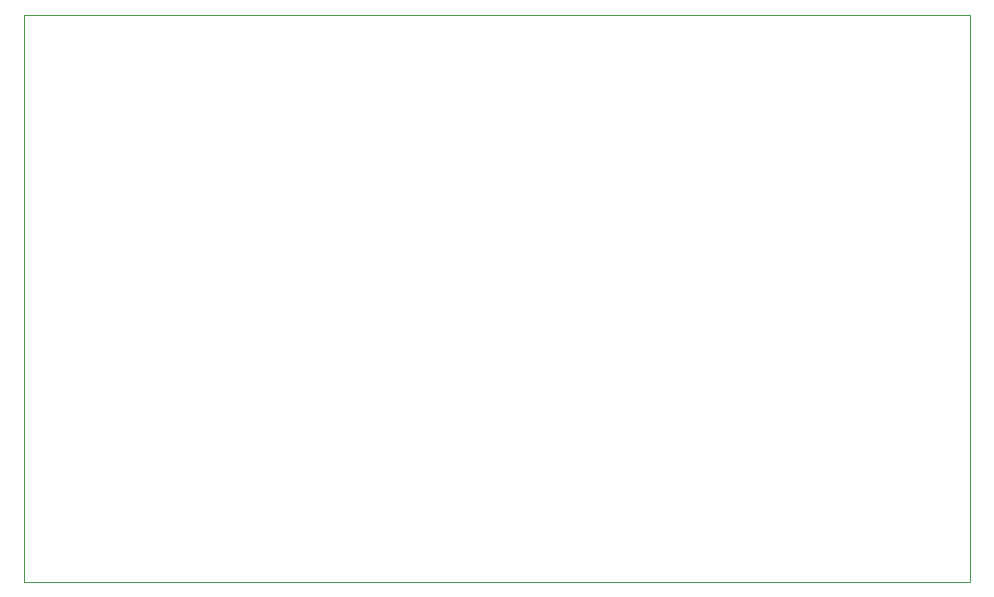
<source format=gbr>
G04 #@! TF.FileFunction,Profile,NP*
%FSLAX46Y46*%
G04 Gerber Fmt 4.6, Leading zero omitted, Abs format (unit mm)*
G04 Created by KiCad (PCBNEW 4.0.2+dfsg1-stable) date śro, 11 kwi 2018, 10:40:26*
%MOMM*%
G01*
G04 APERTURE LIST*
%ADD10C,0.100000*%
G04 APERTURE END LIST*
D10*
X115340000Y-77600000D02*
X115440000Y-77600000D01*
X107740000Y-125640000D02*
X107740000Y-77600000D01*
X187810000Y-125640000D02*
X107740000Y-125640000D01*
X187810000Y-77600000D02*
X187810000Y-125640000D01*
X107740000Y-77600000D02*
X187810000Y-77600000D01*
M02*

</source>
